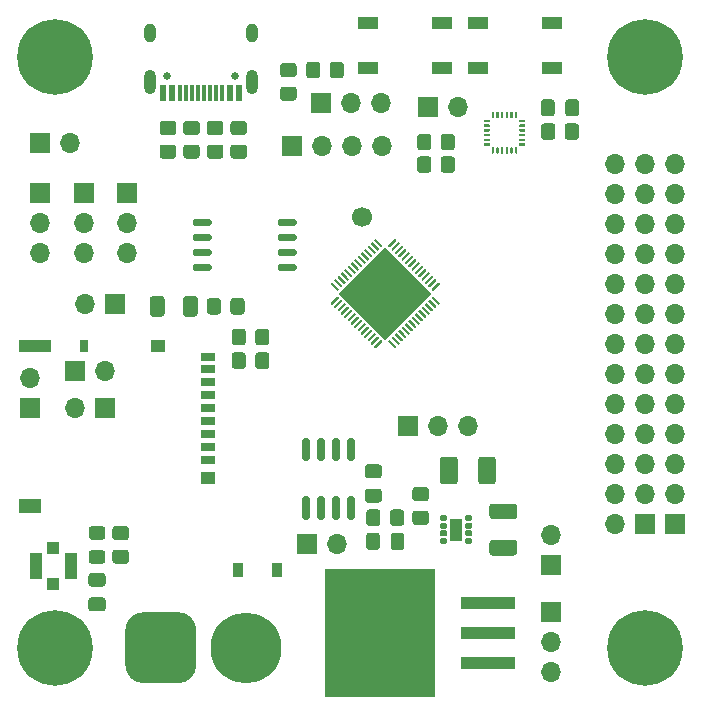
<source format=gbr>
%TF.GenerationSoftware,KiCad,Pcbnew,5.1.10*%
%TF.CreationDate,2021-06-13T21:02:57+02:00*%
%TF.ProjectId,CraftControlBoard,43726166-7443-46f6-9e74-726f6c426f61,rev?*%
%TF.SameCoordinates,Original*%
%TF.FileFunction,Soldermask,Top*%
%TF.FilePolarity,Negative*%
%FSLAX46Y46*%
G04 Gerber Fmt 4.6, Leading zero omitted, Abs format (unit mm)*
G04 Created by KiCad (PCBNEW 5.1.10) date 2021-06-13 21:02:57*
%MOMM*%
%LPD*%
G01*
G04 APERTURE LIST*
%ADD10C,6.400000*%
%ADD11C,1.700000*%
%ADD12O,1.700000X1.700000*%
%ADD13R,1.700000X1.700000*%
%ADD14R,9.400000X10.800000*%
%ADD15R,4.600000X1.100000*%
%ADD16C,0.100000*%
%ADD17R,1.100000X1.900000*%
%ADD18R,1.700000X1.000000*%
%ADD19R,0.600000X1.450000*%
%ADD20R,0.300000X1.450000*%
%ADD21O,1.000000X2.100000*%
%ADD22C,0.650000*%
%ADD23O,1.000000X1.600000*%
%ADD24R,1.000000X1.000000*%
%ADD25R,1.050000X2.200000*%
%ADD26R,1.900000X1.300000*%
%ADD27R,2.800000X1.000000*%
%ADD28R,0.800000X1.000000*%
%ADD29R,1.200000X1.000000*%
%ADD30R,1.200000X0.700000*%
%ADD31C,6.000000*%
%ADD32R,0.900000X1.200000*%
G04 APERTURE END LIST*
D10*
%TO.C,REF\u002A\u002A*%
X188000000Y-127000000D03*
%TD*%
%TO.C,REF\u002A\u002A*%
X138000000Y-127000000D03*
%TD*%
%TO.C,REF\u002A\u002A*%
X138000000Y-77000000D03*
%TD*%
%TO.C,REF\u002A\u002A*%
X188000000Y-77000000D03*
%TD*%
D11*
%TO.C,J21*%
X164000000Y-90500000D03*
%TD*%
%TO.C,R20*%
G36*
G01*
X152900000Y-98550001D02*
X152900000Y-97649999D01*
G75*
G02*
X153149999Y-97400000I249999J0D01*
G01*
X153850001Y-97400000D01*
G75*
G02*
X154100000Y-97649999I0J-249999D01*
G01*
X154100000Y-98550001D01*
G75*
G02*
X153850001Y-98800000I-249999J0D01*
G01*
X153149999Y-98800000D01*
G75*
G02*
X152900000Y-98550001I0J249999D01*
G01*
G37*
G36*
G01*
X150900000Y-98550001D02*
X150900000Y-97649999D01*
G75*
G02*
X151149999Y-97400000I249999J0D01*
G01*
X151850001Y-97400000D01*
G75*
G02*
X152100000Y-97649999I0J-249999D01*
G01*
X152100000Y-98550001D01*
G75*
G02*
X151850001Y-98800000I-249999J0D01*
G01*
X151149999Y-98800000D01*
G75*
G02*
X150900000Y-98550001I0J249999D01*
G01*
G37*
%TD*%
%TO.C,D2*%
G36*
G01*
X148875000Y-98725000D02*
X148875000Y-97475000D01*
G75*
G02*
X149125000Y-97225000I250000J0D01*
G01*
X149875000Y-97225000D01*
G75*
G02*
X150125000Y-97475000I0J-250000D01*
G01*
X150125000Y-98725000D01*
G75*
G02*
X149875000Y-98975000I-250000J0D01*
G01*
X149125000Y-98975000D01*
G75*
G02*
X148875000Y-98725000I0J250000D01*
G01*
G37*
G36*
G01*
X146075000Y-98725000D02*
X146075000Y-97475000D01*
G75*
G02*
X146325000Y-97225000I250000J0D01*
G01*
X147075000Y-97225000D01*
G75*
G02*
X147325000Y-97475000I0J-250000D01*
G01*
X147325000Y-98725000D01*
G75*
G02*
X147075000Y-98975000I-250000J0D01*
G01*
X146325000Y-98975000D01*
G75*
G02*
X146075000Y-98725000I0J250000D01*
G01*
G37*
%TD*%
D12*
%TO.C,J23*%
X140560000Y-97900000D03*
D13*
X143100000Y-97900000D03*
%TD*%
D12*
%TO.C,J11*%
X185420000Y-86060000D03*
X187960000Y-86060000D03*
X185420000Y-88600000D03*
X187960000Y-88600000D03*
X185420000Y-91140000D03*
X187960000Y-91140000D03*
X185420000Y-93680000D03*
X187960000Y-93680000D03*
X185420000Y-96220000D03*
X187960000Y-96220000D03*
X185420000Y-98760000D03*
X187960000Y-98760000D03*
X185420000Y-101300000D03*
X187960000Y-101300000D03*
X185420000Y-103840000D03*
X187960000Y-103840000D03*
X185420000Y-106380000D03*
X187960000Y-106380000D03*
X185420000Y-108920000D03*
X187960000Y-108920000D03*
X185420000Y-111460000D03*
X187960000Y-111460000D03*
X185420000Y-114000000D03*
X187960000Y-114000000D03*
X185420000Y-116540000D03*
D13*
X187960000Y-116540000D03*
%TD*%
D14*
%TO.C,U10*%
X165575000Y-125775000D03*
D15*
X174725000Y-123235000D03*
X174725000Y-125775000D03*
X174725000Y-128315000D03*
%TD*%
%TO.C,U8*%
G36*
G01*
X156900000Y-91145000D02*
X156900000Y-90845000D01*
G75*
G02*
X157050000Y-90695000I150000J0D01*
G01*
X158350000Y-90695000D01*
G75*
G02*
X158500000Y-90845000I0J-150000D01*
G01*
X158500000Y-91145000D01*
G75*
G02*
X158350000Y-91295000I-150000J0D01*
G01*
X157050000Y-91295000D01*
G75*
G02*
X156900000Y-91145000I0J150000D01*
G01*
G37*
G36*
G01*
X156900000Y-92415000D02*
X156900000Y-92115000D01*
G75*
G02*
X157050000Y-91965000I150000J0D01*
G01*
X158350000Y-91965000D01*
G75*
G02*
X158500000Y-92115000I0J-150000D01*
G01*
X158500000Y-92415000D01*
G75*
G02*
X158350000Y-92565000I-150000J0D01*
G01*
X157050000Y-92565000D01*
G75*
G02*
X156900000Y-92415000I0J150000D01*
G01*
G37*
G36*
G01*
X156900000Y-93685000D02*
X156900000Y-93385000D01*
G75*
G02*
X157050000Y-93235000I150000J0D01*
G01*
X158350000Y-93235000D01*
G75*
G02*
X158500000Y-93385000I0J-150000D01*
G01*
X158500000Y-93685000D01*
G75*
G02*
X158350000Y-93835000I-150000J0D01*
G01*
X157050000Y-93835000D01*
G75*
G02*
X156900000Y-93685000I0J150000D01*
G01*
G37*
G36*
G01*
X156900000Y-94955000D02*
X156900000Y-94655000D01*
G75*
G02*
X157050000Y-94505000I150000J0D01*
G01*
X158350000Y-94505000D01*
G75*
G02*
X158500000Y-94655000I0J-150000D01*
G01*
X158500000Y-94955000D01*
G75*
G02*
X158350000Y-95105000I-150000J0D01*
G01*
X157050000Y-95105000D01*
G75*
G02*
X156900000Y-94955000I0J150000D01*
G01*
G37*
G36*
G01*
X149700000Y-94955000D02*
X149700000Y-94655000D01*
G75*
G02*
X149850000Y-94505000I150000J0D01*
G01*
X151150000Y-94505000D01*
G75*
G02*
X151300000Y-94655000I0J-150000D01*
G01*
X151300000Y-94955000D01*
G75*
G02*
X151150000Y-95105000I-150000J0D01*
G01*
X149850000Y-95105000D01*
G75*
G02*
X149700000Y-94955000I0J150000D01*
G01*
G37*
G36*
G01*
X149700000Y-93685000D02*
X149700000Y-93385000D01*
G75*
G02*
X149850000Y-93235000I150000J0D01*
G01*
X151150000Y-93235000D01*
G75*
G02*
X151300000Y-93385000I0J-150000D01*
G01*
X151300000Y-93685000D01*
G75*
G02*
X151150000Y-93835000I-150000J0D01*
G01*
X149850000Y-93835000D01*
G75*
G02*
X149700000Y-93685000I0J150000D01*
G01*
G37*
G36*
G01*
X149700000Y-92415000D02*
X149700000Y-92115000D01*
G75*
G02*
X149850000Y-91965000I150000J0D01*
G01*
X151150000Y-91965000D01*
G75*
G02*
X151300000Y-92115000I0J-150000D01*
G01*
X151300000Y-92415000D01*
G75*
G02*
X151150000Y-92565000I-150000J0D01*
G01*
X149850000Y-92565000D01*
G75*
G02*
X149700000Y-92415000I0J150000D01*
G01*
G37*
G36*
G01*
X149700000Y-91145000D02*
X149700000Y-90845000D01*
G75*
G02*
X149850000Y-90695000I150000J0D01*
G01*
X151150000Y-90695000D01*
G75*
G02*
X151300000Y-90845000I0J-150000D01*
G01*
X151300000Y-91145000D01*
G75*
G02*
X151150000Y-91295000I-150000J0D01*
G01*
X149850000Y-91295000D01*
G75*
G02*
X149700000Y-91145000I0J150000D01*
G01*
G37*
%TD*%
%TO.C,U7*%
G36*
G01*
X174875000Y-84350000D02*
X174875000Y-84450000D01*
G75*
G02*
X174825000Y-84500000I-50000J0D01*
G01*
X174375000Y-84500000D01*
G75*
G02*
X174325000Y-84450000I0J50000D01*
G01*
X174325000Y-84350000D01*
G75*
G02*
X174375000Y-84300000I50000J0D01*
G01*
X174825000Y-84300000D01*
G75*
G02*
X174875000Y-84350000I0J-50000D01*
G01*
G37*
G36*
G01*
X174875000Y-83950000D02*
X174875000Y-84050000D01*
G75*
G02*
X174825000Y-84100000I-50000J0D01*
G01*
X174375000Y-84100000D01*
G75*
G02*
X174325000Y-84050000I0J50000D01*
G01*
X174325000Y-83950000D01*
G75*
G02*
X174375000Y-83900000I50000J0D01*
G01*
X174825000Y-83900000D01*
G75*
G02*
X174875000Y-83950000I0J-50000D01*
G01*
G37*
G36*
G01*
X174875000Y-83550000D02*
X174875000Y-83650000D01*
G75*
G02*
X174825000Y-83700000I-50000J0D01*
G01*
X174375000Y-83700000D01*
G75*
G02*
X174325000Y-83650000I0J50000D01*
G01*
X174325000Y-83550000D01*
G75*
G02*
X174375000Y-83500000I50000J0D01*
G01*
X174825000Y-83500000D01*
G75*
G02*
X174875000Y-83550000I0J-50000D01*
G01*
G37*
G36*
G01*
X174875000Y-83150000D02*
X174875000Y-83250000D01*
G75*
G02*
X174825000Y-83300000I-50000J0D01*
G01*
X174375000Y-83300000D01*
G75*
G02*
X174325000Y-83250000I0J50000D01*
G01*
X174325000Y-83150000D01*
G75*
G02*
X174375000Y-83100000I50000J0D01*
G01*
X174825000Y-83100000D01*
G75*
G02*
X174875000Y-83150000I0J-50000D01*
G01*
G37*
G36*
G01*
X174875000Y-82750000D02*
X174875000Y-82850000D01*
G75*
G02*
X174825000Y-82900000I-50000J0D01*
G01*
X174375000Y-82900000D01*
G75*
G02*
X174325000Y-82850000I0J50000D01*
G01*
X174325000Y-82750000D01*
G75*
G02*
X174375000Y-82700000I50000J0D01*
G01*
X174825000Y-82700000D01*
G75*
G02*
X174875000Y-82750000I0J-50000D01*
G01*
G37*
G36*
G01*
X174875000Y-82350000D02*
X174875000Y-82450000D01*
G75*
G02*
X174825000Y-82500000I-50000J0D01*
G01*
X174375000Y-82500000D01*
G75*
G02*
X174325000Y-82450000I0J50000D01*
G01*
X174325000Y-82350000D01*
G75*
G02*
X174375000Y-82300000I50000J0D01*
G01*
X174825000Y-82300000D01*
G75*
G02*
X174875000Y-82350000I0J-50000D01*
G01*
G37*
G36*
G01*
X175150000Y-82175000D02*
X175050000Y-82175000D01*
G75*
G02*
X175000000Y-82125000I0J50000D01*
G01*
X175000000Y-81675000D01*
G75*
G02*
X175050000Y-81625000I50000J0D01*
G01*
X175150000Y-81625000D01*
G75*
G02*
X175200000Y-81675000I0J-50000D01*
G01*
X175200000Y-82125000D01*
G75*
G02*
X175150000Y-82175000I-50000J0D01*
G01*
G37*
G36*
G01*
X175550000Y-82175000D02*
X175450000Y-82175000D01*
G75*
G02*
X175400000Y-82125000I0J50000D01*
G01*
X175400000Y-81675000D01*
G75*
G02*
X175450000Y-81625000I50000J0D01*
G01*
X175550000Y-81625000D01*
G75*
G02*
X175600000Y-81675000I0J-50000D01*
G01*
X175600000Y-82125000D01*
G75*
G02*
X175550000Y-82175000I-50000J0D01*
G01*
G37*
G36*
G01*
X175950000Y-82175000D02*
X175850000Y-82175000D01*
G75*
G02*
X175800000Y-82125000I0J50000D01*
G01*
X175800000Y-81675000D01*
G75*
G02*
X175850000Y-81625000I50000J0D01*
G01*
X175950000Y-81625000D01*
G75*
G02*
X176000000Y-81675000I0J-50000D01*
G01*
X176000000Y-82125000D01*
G75*
G02*
X175950000Y-82175000I-50000J0D01*
G01*
G37*
G36*
G01*
X176350000Y-82175000D02*
X176250000Y-82175000D01*
G75*
G02*
X176200000Y-82125000I0J50000D01*
G01*
X176200000Y-81675000D01*
G75*
G02*
X176250000Y-81625000I50000J0D01*
G01*
X176350000Y-81625000D01*
G75*
G02*
X176400000Y-81675000I0J-50000D01*
G01*
X176400000Y-82125000D01*
G75*
G02*
X176350000Y-82175000I-50000J0D01*
G01*
G37*
G36*
G01*
X176750000Y-82175000D02*
X176650000Y-82175000D01*
G75*
G02*
X176600000Y-82125000I0J50000D01*
G01*
X176600000Y-81675000D01*
G75*
G02*
X176650000Y-81625000I50000J0D01*
G01*
X176750000Y-81625000D01*
G75*
G02*
X176800000Y-81675000I0J-50000D01*
G01*
X176800000Y-82125000D01*
G75*
G02*
X176750000Y-82175000I-50000J0D01*
G01*
G37*
G36*
G01*
X177150000Y-82175000D02*
X177050000Y-82175000D01*
G75*
G02*
X177000000Y-82125000I0J50000D01*
G01*
X177000000Y-81675000D01*
G75*
G02*
X177050000Y-81625000I50000J0D01*
G01*
X177150000Y-81625000D01*
G75*
G02*
X177200000Y-81675000I0J-50000D01*
G01*
X177200000Y-82125000D01*
G75*
G02*
X177150000Y-82175000I-50000J0D01*
G01*
G37*
G36*
G01*
X177875000Y-82350000D02*
X177875000Y-82450000D01*
G75*
G02*
X177825000Y-82500000I-50000J0D01*
G01*
X177375000Y-82500000D01*
G75*
G02*
X177325000Y-82450000I0J50000D01*
G01*
X177325000Y-82350000D01*
G75*
G02*
X177375000Y-82300000I50000J0D01*
G01*
X177825000Y-82300000D01*
G75*
G02*
X177875000Y-82350000I0J-50000D01*
G01*
G37*
G36*
G01*
X177875000Y-82750000D02*
X177875000Y-82850000D01*
G75*
G02*
X177825000Y-82900000I-50000J0D01*
G01*
X177375000Y-82900000D01*
G75*
G02*
X177325000Y-82850000I0J50000D01*
G01*
X177325000Y-82750000D01*
G75*
G02*
X177375000Y-82700000I50000J0D01*
G01*
X177825000Y-82700000D01*
G75*
G02*
X177875000Y-82750000I0J-50000D01*
G01*
G37*
G36*
G01*
X177875000Y-83150000D02*
X177875000Y-83250000D01*
G75*
G02*
X177825000Y-83300000I-50000J0D01*
G01*
X177375000Y-83300000D01*
G75*
G02*
X177325000Y-83250000I0J50000D01*
G01*
X177325000Y-83150000D01*
G75*
G02*
X177375000Y-83100000I50000J0D01*
G01*
X177825000Y-83100000D01*
G75*
G02*
X177875000Y-83150000I0J-50000D01*
G01*
G37*
G36*
G01*
X177875000Y-83550000D02*
X177875000Y-83650000D01*
G75*
G02*
X177825000Y-83700000I-50000J0D01*
G01*
X177375000Y-83700000D01*
G75*
G02*
X177325000Y-83650000I0J50000D01*
G01*
X177325000Y-83550000D01*
G75*
G02*
X177375000Y-83500000I50000J0D01*
G01*
X177825000Y-83500000D01*
G75*
G02*
X177875000Y-83550000I0J-50000D01*
G01*
G37*
G36*
G01*
X177875000Y-83950000D02*
X177875000Y-84050000D01*
G75*
G02*
X177825000Y-84100000I-50000J0D01*
G01*
X177375000Y-84100000D01*
G75*
G02*
X177325000Y-84050000I0J50000D01*
G01*
X177325000Y-83950000D01*
G75*
G02*
X177375000Y-83900000I50000J0D01*
G01*
X177825000Y-83900000D01*
G75*
G02*
X177875000Y-83950000I0J-50000D01*
G01*
G37*
G36*
G01*
X177875000Y-84350000D02*
X177875000Y-84450000D01*
G75*
G02*
X177825000Y-84500000I-50000J0D01*
G01*
X177375000Y-84500000D01*
G75*
G02*
X177325000Y-84450000I0J50000D01*
G01*
X177325000Y-84350000D01*
G75*
G02*
X177375000Y-84300000I50000J0D01*
G01*
X177825000Y-84300000D01*
G75*
G02*
X177875000Y-84350000I0J-50000D01*
G01*
G37*
G36*
G01*
X177150000Y-85175000D02*
X177050000Y-85175000D01*
G75*
G02*
X177000000Y-85125000I0J50000D01*
G01*
X177000000Y-84675000D01*
G75*
G02*
X177050000Y-84625000I50000J0D01*
G01*
X177150000Y-84625000D01*
G75*
G02*
X177200000Y-84675000I0J-50000D01*
G01*
X177200000Y-85125000D01*
G75*
G02*
X177150000Y-85175000I-50000J0D01*
G01*
G37*
G36*
G01*
X176750000Y-85175000D02*
X176650000Y-85175000D01*
G75*
G02*
X176600000Y-85125000I0J50000D01*
G01*
X176600000Y-84675000D01*
G75*
G02*
X176650000Y-84625000I50000J0D01*
G01*
X176750000Y-84625000D01*
G75*
G02*
X176800000Y-84675000I0J-50000D01*
G01*
X176800000Y-85125000D01*
G75*
G02*
X176750000Y-85175000I-50000J0D01*
G01*
G37*
G36*
G01*
X176350000Y-85175000D02*
X176250000Y-85175000D01*
G75*
G02*
X176200000Y-85125000I0J50000D01*
G01*
X176200000Y-84675000D01*
G75*
G02*
X176250000Y-84625000I50000J0D01*
G01*
X176350000Y-84625000D01*
G75*
G02*
X176400000Y-84675000I0J-50000D01*
G01*
X176400000Y-85125000D01*
G75*
G02*
X176350000Y-85175000I-50000J0D01*
G01*
G37*
G36*
G01*
X175950000Y-85175000D02*
X175850000Y-85175000D01*
G75*
G02*
X175800000Y-85125000I0J50000D01*
G01*
X175800000Y-84675000D01*
G75*
G02*
X175850000Y-84625000I50000J0D01*
G01*
X175950000Y-84625000D01*
G75*
G02*
X176000000Y-84675000I0J-50000D01*
G01*
X176000000Y-85125000D01*
G75*
G02*
X175950000Y-85175000I-50000J0D01*
G01*
G37*
G36*
G01*
X175550000Y-85175000D02*
X175450000Y-85175000D01*
G75*
G02*
X175400000Y-85125000I0J50000D01*
G01*
X175400000Y-84675000D01*
G75*
G02*
X175450000Y-84625000I50000J0D01*
G01*
X175550000Y-84625000D01*
G75*
G02*
X175600000Y-84675000I0J-50000D01*
G01*
X175600000Y-85125000D01*
G75*
G02*
X175550000Y-85175000I-50000J0D01*
G01*
G37*
G36*
G01*
X175150000Y-85175000D02*
X175050000Y-85175000D01*
G75*
G02*
X175000000Y-85125000I0J50000D01*
G01*
X175000000Y-84675000D01*
G75*
G02*
X175050000Y-84625000I50000J0D01*
G01*
X175150000Y-84625000D01*
G75*
G02*
X175200000Y-84675000I0J-50000D01*
G01*
X175200000Y-85125000D01*
G75*
G02*
X175150000Y-85175000I-50000J0D01*
G01*
G37*
%TD*%
D16*
%TO.C,U6*%
G36*
X166010051Y-100979899D02*
G01*
X162050253Y-97020101D01*
X166010051Y-93060303D01*
X169969849Y-97020101D01*
X166010051Y-100979899D01*
G37*
G36*
G01*
X161944188Y-96772613D02*
X161396180Y-96224605D01*
G75*
G02*
X161396180Y-96153895I35355J35355D01*
G01*
X161466890Y-96083185D01*
G75*
G02*
X161537600Y-96083185I35355J-35355D01*
G01*
X162085608Y-96631193D01*
G75*
G02*
X162085608Y-96701903I-35355J-35355D01*
G01*
X162014898Y-96772613D01*
G75*
G02*
X161944188Y-96772613I-35355J35355D01*
G01*
G37*
G36*
G01*
X162227031Y-96489770D02*
X161679023Y-95941762D01*
G75*
G02*
X161679023Y-95871052I35355J35355D01*
G01*
X161749733Y-95800342D01*
G75*
G02*
X161820443Y-95800342I35355J-35355D01*
G01*
X162368451Y-96348350D01*
G75*
G02*
X162368451Y-96419060I-35355J-35355D01*
G01*
X162297741Y-96489770D01*
G75*
G02*
X162227031Y-96489770I-35355J35355D01*
G01*
G37*
G36*
G01*
X162509873Y-96206928D02*
X161961865Y-95658920D01*
G75*
G02*
X161961865Y-95588210I35355J35355D01*
G01*
X162032575Y-95517500D01*
G75*
G02*
X162103285Y-95517500I35355J-35355D01*
G01*
X162651293Y-96065508D01*
G75*
G02*
X162651293Y-96136218I-35355J-35355D01*
G01*
X162580583Y-96206928D01*
G75*
G02*
X162509873Y-96206928I-35355J35355D01*
G01*
G37*
G36*
G01*
X162792716Y-95924085D02*
X162244708Y-95376077D01*
G75*
G02*
X162244708Y-95305367I35355J35355D01*
G01*
X162315418Y-95234657D01*
G75*
G02*
X162386128Y-95234657I35355J-35355D01*
G01*
X162934136Y-95782665D01*
G75*
G02*
X162934136Y-95853375I-35355J-35355D01*
G01*
X162863426Y-95924085D01*
G75*
G02*
X162792716Y-95924085I-35355J35355D01*
G01*
G37*
G36*
G01*
X163075559Y-95641242D02*
X162527551Y-95093234D01*
G75*
G02*
X162527551Y-95022524I35355J35355D01*
G01*
X162598261Y-94951814D01*
G75*
G02*
X162668971Y-94951814I35355J-35355D01*
G01*
X163216979Y-95499822D01*
G75*
G02*
X163216979Y-95570532I-35355J-35355D01*
G01*
X163146269Y-95641242D01*
G75*
G02*
X163075559Y-95641242I-35355J35355D01*
G01*
G37*
G36*
G01*
X163358401Y-95358400D02*
X162810393Y-94810392D01*
G75*
G02*
X162810393Y-94739682I35355J35355D01*
G01*
X162881103Y-94668972D01*
G75*
G02*
X162951813Y-94668972I35355J-35355D01*
G01*
X163499821Y-95216980D01*
G75*
G02*
X163499821Y-95287690I-35355J-35355D01*
G01*
X163429111Y-95358400D01*
G75*
G02*
X163358401Y-95358400I-35355J35355D01*
G01*
G37*
G36*
G01*
X163641244Y-95075557D02*
X163093236Y-94527549D01*
G75*
G02*
X163093236Y-94456839I35355J35355D01*
G01*
X163163946Y-94386129D01*
G75*
G02*
X163234656Y-94386129I35355J-35355D01*
G01*
X163782664Y-94934137D01*
G75*
G02*
X163782664Y-95004847I-35355J-35355D01*
G01*
X163711954Y-95075557D01*
G75*
G02*
X163641244Y-95075557I-35355J35355D01*
G01*
G37*
G36*
G01*
X163924087Y-94792714D02*
X163376079Y-94244706D01*
G75*
G02*
X163376079Y-94173996I35355J35355D01*
G01*
X163446789Y-94103286D01*
G75*
G02*
X163517499Y-94103286I35355J-35355D01*
G01*
X164065507Y-94651294D01*
G75*
G02*
X164065507Y-94722004I-35355J-35355D01*
G01*
X163994797Y-94792714D01*
G75*
G02*
X163924087Y-94792714I-35355J35355D01*
G01*
G37*
G36*
G01*
X164206930Y-94509871D02*
X163658922Y-93961863D01*
G75*
G02*
X163658922Y-93891153I35355J35355D01*
G01*
X163729632Y-93820443D01*
G75*
G02*
X163800342Y-93820443I35355J-35355D01*
G01*
X164348350Y-94368451D01*
G75*
G02*
X164348350Y-94439161I-35355J-35355D01*
G01*
X164277640Y-94509871D01*
G75*
G02*
X164206930Y-94509871I-35355J35355D01*
G01*
G37*
G36*
G01*
X164489772Y-94227029D02*
X163941764Y-93679021D01*
G75*
G02*
X163941764Y-93608311I35355J35355D01*
G01*
X164012474Y-93537601D01*
G75*
G02*
X164083184Y-93537601I35355J-35355D01*
G01*
X164631192Y-94085609D01*
G75*
G02*
X164631192Y-94156319I-35355J-35355D01*
G01*
X164560482Y-94227029D01*
G75*
G02*
X164489772Y-94227029I-35355J35355D01*
G01*
G37*
G36*
G01*
X164772615Y-93944186D02*
X164224607Y-93396178D01*
G75*
G02*
X164224607Y-93325468I35355J35355D01*
G01*
X164295317Y-93254758D01*
G75*
G02*
X164366027Y-93254758I35355J-35355D01*
G01*
X164914035Y-93802766D01*
G75*
G02*
X164914035Y-93873476I-35355J-35355D01*
G01*
X164843325Y-93944186D01*
G75*
G02*
X164772615Y-93944186I-35355J35355D01*
G01*
G37*
G36*
G01*
X165055458Y-93661343D02*
X164507450Y-93113335D01*
G75*
G02*
X164507450Y-93042625I35355J35355D01*
G01*
X164578160Y-92971915D01*
G75*
G02*
X164648870Y-92971915I35355J-35355D01*
G01*
X165196878Y-93519923D01*
G75*
G02*
X165196878Y-93590633I-35355J-35355D01*
G01*
X165126168Y-93661343D01*
G75*
G02*
X165055458Y-93661343I-35355J35355D01*
G01*
G37*
G36*
G01*
X165338300Y-93378501D02*
X164790292Y-92830493D01*
G75*
G02*
X164790292Y-92759783I35355J35355D01*
G01*
X164861002Y-92689073D01*
G75*
G02*
X164931712Y-92689073I35355J-35355D01*
G01*
X165479720Y-93237081D01*
G75*
G02*
X165479720Y-93307791I-35355J-35355D01*
G01*
X165409010Y-93378501D01*
G75*
G02*
X165338300Y-93378501I-35355J35355D01*
G01*
G37*
G36*
G01*
X165621143Y-93095658D02*
X165073135Y-92547650D01*
G75*
G02*
X165073135Y-92476940I35355J35355D01*
G01*
X165143845Y-92406230D01*
G75*
G02*
X165214555Y-92406230I35355J-35355D01*
G01*
X165762563Y-92954238D01*
G75*
G02*
X165762563Y-93024948I-35355J-35355D01*
G01*
X165691853Y-93095658D01*
G75*
G02*
X165621143Y-93095658I-35355J35355D01*
G01*
G37*
G36*
G01*
X166328249Y-93095658D02*
X166257539Y-93024948D01*
G75*
G02*
X166257539Y-92954238I35355J35355D01*
G01*
X166805547Y-92406230D01*
G75*
G02*
X166876257Y-92406230I35355J-35355D01*
G01*
X166946967Y-92476940D01*
G75*
G02*
X166946967Y-92547650I-35355J-35355D01*
G01*
X166398959Y-93095658D01*
G75*
G02*
X166328249Y-93095658I-35355J35355D01*
G01*
G37*
G36*
G01*
X166611092Y-93378501D02*
X166540382Y-93307791D01*
G75*
G02*
X166540382Y-93237081I35355J35355D01*
G01*
X167088390Y-92689073D01*
G75*
G02*
X167159100Y-92689073I35355J-35355D01*
G01*
X167229810Y-92759783D01*
G75*
G02*
X167229810Y-92830493I-35355J-35355D01*
G01*
X166681802Y-93378501D01*
G75*
G02*
X166611092Y-93378501I-35355J35355D01*
G01*
G37*
G36*
G01*
X166893934Y-93661343D02*
X166823224Y-93590633D01*
G75*
G02*
X166823224Y-93519923I35355J35355D01*
G01*
X167371232Y-92971915D01*
G75*
G02*
X167441942Y-92971915I35355J-35355D01*
G01*
X167512652Y-93042625D01*
G75*
G02*
X167512652Y-93113335I-35355J-35355D01*
G01*
X166964644Y-93661343D01*
G75*
G02*
X166893934Y-93661343I-35355J35355D01*
G01*
G37*
G36*
G01*
X167176777Y-93944186D02*
X167106067Y-93873476D01*
G75*
G02*
X167106067Y-93802766I35355J35355D01*
G01*
X167654075Y-93254758D01*
G75*
G02*
X167724785Y-93254758I35355J-35355D01*
G01*
X167795495Y-93325468D01*
G75*
G02*
X167795495Y-93396178I-35355J-35355D01*
G01*
X167247487Y-93944186D01*
G75*
G02*
X167176777Y-93944186I-35355J35355D01*
G01*
G37*
G36*
G01*
X167459620Y-94227029D02*
X167388910Y-94156319D01*
G75*
G02*
X167388910Y-94085609I35355J35355D01*
G01*
X167936918Y-93537601D01*
G75*
G02*
X168007628Y-93537601I35355J-35355D01*
G01*
X168078338Y-93608311D01*
G75*
G02*
X168078338Y-93679021I-35355J-35355D01*
G01*
X167530330Y-94227029D01*
G75*
G02*
X167459620Y-94227029I-35355J35355D01*
G01*
G37*
G36*
G01*
X167742462Y-94509871D02*
X167671752Y-94439161D01*
G75*
G02*
X167671752Y-94368451I35355J35355D01*
G01*
X168219760Y-93820443D01*
G75*
G02*
X168290470Y-93820443I35355J-35355D01*
G01*
X168361180Y-93891153D01*
G75*
G02*
X168361180Y-93961863I-35355J-35355D01*
G01*
X167813172Y-94509871D01*
G75*
G02*
X167742462Y-94509871I-35355J35355D01*
G01*
G37*
G36*
G01*
X168025305Y-94792714D02*
X167954595Y-94722004D01*
G75*
G02*
X167954595Y-94651294I35355J35355D01*
G01*
X168502603Y-94103286D01*
G75*
G02*
X168573313Y-94103286I35355J-35355D01*
G01*
X168644023Y-94173996D01*
G75*
G02*
X168644023Y-94244706I-35355J-35355D01*
G01*
X168096015Y-94792714D01*
G75*
G02*
X168025305Y-94792714I-35355J35355D01*
G01*
G37*
G36*
G01*
X168308148Y-95075557D02*
X168237438Y-95004847D01*
G75*
G02*
X168237438Y-94934137I35355J35355D01*
G01*
X168785446Y-94386129D01*
G75*
G02*
X168856156Y-94386129I35355J-35355D01*
G01*
X168926866Y-94456839D01*
G75*
G02*
X168926866Y-94527549I-35355J-35355D01*
G01*
X168378858Y-95075557D01*
G75*
G02*
X168308148Y-95075557I-35355J35355D01*
G01*
G37*
G36*
G01*
X168590991Y-95358400D02*
X168520281Y-95287690D01*
G75*
G02*
X168520281Y-95216980I35355J35355D01*
G01*
X169068289Y-94668972D01*
G75*
G02*
X169138999Y-94668972I35355J-35355D01*
G01*
X169209709Y-94739682D01*
G75*
G02*
X169209709Y-94810392I-35355J-35355D01*
G01*
X168661701Y-95358400D01*
G75*
G02*
X168590991Y-95358400I-35355J35355D01*
G01*
G37*
G36*
G01*
X168873833Y-95641242D02*
X168803123Y-95570532D01*
G75*
G02*
X168803123Y-95499822I35355J35355D01*
G01*
X169351131Y-94951814D01*
G75*
G02*
X169421841Y-94951814I35355J-35355D01*
G01*
X169492551Y-95022524D01*
G75*
G02*
X169492551Y-95093234I-35355J-35355D01*
G01*
X168944543Y-95641242D01*
G75*
G02*
X168873833Y-95641242I-35355J35355D01*
G01*
G37*
G36*
G01*
X169156676Y-95924085D02*
X169085966Y-95853375D01*
G75*
G02*
X169085966Y-95782665I35355J35355D01*
G01*
X169633974Y-95234657D01*
G75*
G02*
X169704684Y-95234657I35355J-35355D01*
G01*
X169775394Y-95305367D01*
G75*
G02*
X169775394Y-95376077I-35355J-35355D01*
G01*
X169227386Y-95924085D01*
G75*
G02*
X169156676Y-95924085I-35355J35355D01*
G01*
G37*
G36*
G01*
X169439519Y-96206928D02*
X169368809Y-96136218D01*
G75*
G02*
X169368809Y-96065508I35355J35355D01*
G01*
X169916817Y-95517500D01*
G75*
G02*
X169987527Y-95517500I35355J-35355D01*
G01*
X170058237Y-95588210D01*
G75*
G02*
X170058237Y-95658920I-35355J-35355D01*
G01*
X169510229Y-96206928D01*
G75*
G02*
X169439519Y-96206928I-35355J35355D01*
G01*
G37*
G36*
G01*
X169722361Y-96489770D02*
X169651651Y-96419060D01*
G75*
G02*
X169651651Y-96348350I35355J35355D01*
G01*
X170199659Y-95800342D01*
G75*
G02*
X170270369Y-95800342I35355J-35355D01*
G01*
X170341079Y-95871052D01*
G75*
G02*
X170341079Y-95941762I-35355J-35355D01*
G01*
X169793071Y-96489770D01*
G75*
G02*
X169722361Y-96489770I-35355J35355D01*
G01*
G37*
G36*
G01*
X170005204Y-96772613D02*
X169934494Y-96701903D01*
G75*
G02*
X169934494Y-96631193I35355J35355D01*
G01*
X170482502Y-96083185D01*
G75*
G02*
X170553212Y-96083185I35355J-35355D01*
G01*
X170623922Y-96153895D01*
G75*
G02*
X170623922Y-96224605I-35355J-35355D01*
G01*
X170075914Y-96772613D01*
G75*
G02*
X170005204Y-96772613I-35355J35355D01*
G01*
G37*
G36*
G01*
X170482502Y-97957017D02*
X169934494Y-97409009D01*
G75*
G02*
X169934494Y-97338299I35355J35355D01*
G01*
X170005204Y-97267589D01*
G75*
G02*
X170075914Y-97267589I35355J-35355D01*
G01*
X170623922Y-97815597D01*
G75*
G02*
X170623922Y-97886307I-35355J-35355D01*
G01*
X170553212Y-97957017D01*
G75*
G02*
X170482502Y-97957017I-35355J35355D01*
G01*
G37*
G36*
G01*
X170199659Y-98239860D02*
X169651651Y-97691852D01*
G75*
G02*
X169651651Y-97621142I35355J35355D01*
G01*
X169722361Y-97550432D01*
G75*
G02*
X169793071Y-97550432I35355J-35355D01*
G01*
X170341079Y-98098440D01*
G75*
G02*
X170341079Y-98169150I-35355J-35355D01*
G01*
X170270369Y-98239860D01*
G75*
G02*
X170199659Y-98239860I-35355J35355D01*
G01*
G37*
G36*
G01*
X169916817Y-98522702D02*
X169368809Y-97974694D01*
G75*
G02*
X169368809Y-97903984I35355J35355D01*
G01*
X169439519Y-97833274D01*
G75*
G02*
X169510229Y-97833274I35355J-35355D01*
G01*
X170058237Y-98381282D01*
G75*
G02*
X170058237Y-98451992I-35355J-35355D01*
G01*
X169987527Y-98522702D01*
G75*
G02*
X169916817Y-98522702I-35355J35355D01*
G01*
G37*
G36*
G01*
X169633974Y-98805545D02*
X169085966Y-98257537D01*
G75*
G02*
X169085966Y-98186827I35355J35355D01*
G01*
X169156676Y-98116117D01*
G75*
G02*
X169227386Y-98116117I35355J-35355D01*
G01*
X169775394Y-98664125D01*
G75*
G02*
X169775394Y-98734835I-35355J-35355D01*
G01*
X169704684Y-98805545D01*
G75*
G02*
X169633974Y-98805545I-35355J35355D01*
G01*
G37*
G36*
G01*
X169351131Y-99088388D02*
X168803123Y-98540380D01*
G75*
G02*
X168803123Y-98469670I35355J35355D01*
G01*
X168873833Y-98398960D01*
G75*
G02*
X168944543Y-98398960I35355J-35355D01*
G01*
X169492551Y-98946968D01*
G75*
G02*
X169492551Y-99017678I-35355J-35355D01*
G01*
X169421841Y-99088388D01*
G75*
G02*
X169351131Y-99088388I-35355J35355D01*
G01*
G37*
G36*
G01*
X169068289Y-99371230D02*
X168520281Y-98823222D01*
G75*
G02*
X168520281Y-98752512I35355J35355D01*
G01*
X168590991Y-98681802D01*
G75*
G02*
X168661701Y-98681802I35355J-35355D01*
G01*
X169209709Y-99229810D01*
G75*
G02*
X169209709Y-99300520I-35355J-35355D01*
G01*
X169138999Y-99371230D01*
G75*
G02*
X169068289Y-99371230I-35355J35355D01*
G01*
G37*
G36*
G01*
X168785446Y-99654073D02*
X168237438Y-99106065D01*
G75*
G02*
X168237438Y-99035355I35355J35355D01*
G01*
X168308148Y-98964645D01*
G75*
G02*
X168378858Y-98964645I35355J-35355D01*
G01*
X168926866Y-99512653D01*
G75*
G02*
X168926866Y-99583363I-35355J-35355D01*
G01*
X168856156Y-99654073D01*
G75*
G02*
X168785446Y-99654073I-35355J35355D01*
G01*
G37*
G36*
G01*
X168502603Y-99936916D02*
X167954595Y-99388908D01*
G75*
G02*
X167954595Y-99318198I35355J35355D01*
G01*
X168025305Y-99247488D01*
G75*
G02*
X168096015Y-99247488I35355J-35355D01*
G01*
X168644023Y-99795496D01*
G75*
G02*
X168644023Y-99866206I-35355J-35355D01*
G01*
X168573313Y-99936916D01*
G75*
G02*
X168502603Y-99936916I-35355J35355D01*
G01*
G37*
G36*
G01*
X168219760Y-100219759D02*
X167671752Y-99671751D01*
G75*
G02*
X167671752Y-99601041I35355J35355D01*
G01*
X167742462Y-99530331D01*
G75*
G02*
X167813172Y-99530331I35355J-35355D01*
G01*
X168361180Y-100078339D01*
G75*
G02*
X168361180Y-100149049I-35355J-35355D01*
G01*
X168290470Y-100219759D01*
G75*
G02*
X168219760Y-100219759I-35355J35355D01*
G01*
G37*
G36*
G01*
X167936918Y-100502601D02*
X167388910Y-99954593D01*
G75*
G02*
X167388910Y-99883883I35355J35355D01*
G01*
X167459620Y-99813173D01*
G75*
G02*
X167530330Y-99813173I35355J-35355D01*
G01*
X168078338Y-100361181D01*
G75*
G02*
X168078338Y-100431891I-35355J-35355D01*
G01*
X168007628Y-100502601D01*
G75*
G02*
X167936918Y-100502601I-35355J35355D01*
G01*
G37*
G36*
G01*
X167654075Y-100785444D02*
X167106067Y-100237436D01*
G75*
G02*
X167106067Y-100166726I35355J35355D01*
G01*
X167176777Y-100096016D01*
G75*
G02*
X167247487Y-100096016I35355J-35355D01*
G01*
X167795495Y-100644024D01*
G75*
G02*
X167795495Y-100714734I-35355J-35355D01*
G01*
X167724785Y-100785444D01*
G75*
G02*
X167654075Y-100785444I-35355J35355D01*
G01*
G37*
G36*
G01*
X167371232Y-101068287D02*
X166823224Y-100520279D01*
G75*
G02*
X166823224Y-100449569I35355J35355D01*
G01*
X166893934Y-100378859D01*
G75*
G02*
X166964644Y-100378859I35355J-35355D01*
G01*
X167512652Y-100926867D01*
G75*
G02*
X167512652Y-100997577I-35355J-35355D01*
G01*
X167441942Y-101068287D01*
G75*
G02*
X167371232Y-101068287I-35355J35355D01*
G01*
G37*
G36*
G01*
X167088390Y-101351129D02*
X166540382Y-100803121D01*
G75*
G02*
X166540382Y-100732411I35355J35355D01*
G01*
X166611092Y-100661701D01*
G75*
G02*
X166681802Y-100661701I35355J-35355D01*
G01*
X167229810Y-101209709D01*
G75*
G02*
X167229810Y-101280419I-35355J-35355D01*
G01*
X167159100Y-101351129D01*
G75*
G02*
X167088390Y-101351129I-35355J35355D01*
G01*
G37*
G36*
G01*
X166805547Y-101633972D02*
X166257539Y-101085964D01*
G75*
G02*
X166257539Y-101015254I35355J35355D01*
G01*
X166328249Y-100944544D01*
G75*
G02*
X166398959Y-100944544I35355J-35355D01*
G01*
X166946967Y-101492552D01*
G75*
G02*
X166946967Y-101563262I-35355J-35355D01*
G01*
X166876257Y-101633972D01*
G75*
G02*
X166805547Y-101633972I-35355J35355D01*
G01*
G37*
G36*
G01*
X165143845Y-101633972D02*
X165073135Y-101563262D01*
G75*
G02*
X165073135Y-101492552I35355J35355D01*
G01*
X165621143Y-100944544D01*
G75*
G02*
X165691853Y-100944544I35355J-35355D01*
G01*
X165762563Y-101015254D01*
G75*
G02*
X165762563Y-101085964I-35355J-35355D01*
G01*
X165214555Y-101633972D01*
G75*
G02*
X165143845Y-101633972I-35355J35355D01*
G01*
G37*
G36*
G01*
X164861002Y-101351129D02*
X164790292Y-101280419D01*
G75*
G02*
X164790292Y-101209709I35355J35355D01*
G01*
X165338300Y-100661701D01*
G75*
G02*
X165409010Y-100661701I35355J-35355D01*
G01*
X165479720Y-100732411D01*
G75*
G02*
X165479720Y-100803121I-35355J-35355D01*
G01*
X164931712Y-101351129D01*
G75*
G02*
X164861002Y-101351129I-35355J35355D01*
G01*
G37*
G36*
G01*
X164578160Y-101068287D02*
X164507450Y-100997577D01*
G75*
G02*
X164507450Y-100926867I35355J35355D01*
G01*
X165055458Y-100378859D01*
G75*
G02*
X165126168Y-100378859I35355J-35355D01*
G01*
X165196878Y-100449569D01*
G75*
G02*
X165196878Y-100520279I-35355J-35355D01*
G01*
X164648870Y-101068287D01*
G75*
G02*
X164578160Y-101068287I-35355J35355D01*
G01*
G37*
G36*
G01*
X164295317Y-100785444D02*
X164224607Y-100714734D01*
G75*
G02*
X164224607Y-100644024I35355J35355D01*
G01*
X164772615Y-100096016D01*
G75*
G02*
X164843325Y-100096016I35355J-35355D01*
G01*
X164914035Y-100166726D01*
G75*
G02*
X164914035Y-100237436I-35355J-35355D01*
G01*
X164366027Y-100785444D01*
G75*
G02*
X164295317Y-100785444I-35355J35355D01*
G01*
G37*
G36*
G01*
X164012474Y-100502601D02*
X163941764Y-100431891D01*
G75*
G02*
X163941764Y-100361181I35355J35355D01*
G01*
X164489772Y-99813173D01*
G75*
G02*
X164560482Y-99813173I35355J-35355D01*
G01*
X164631192Y-99883883D01*
G75*
G02*
X164631192Y-99954593I-35355J-35355D01*
G01*
X164083184Y-100502601D01*
G75*
G02*
X164012474Y-100502601I-35355J35355D01*
G01*
G37*
G36*
G01*
X163729632Y-100219759D02*
X163658922Y-100149049D01*
G75*
G02*
X163658922Y-100078339I35355J35355D01*
G01*
X164206930Y-99530331D01*
G75*
G02*
X164277640Y-99530331I35355J-35355D01*
G01*
X164348350Y-99601041D01*
G75*
G02*
X164348350Y-99671751I-35355J-35355D01*
G01*
X163800342Y-100219759D01*
G75*
G02*
X163729632Y-100219759I-35355J35355D01*
G01*
G37*
G36*
G01*
X163446789Y-99936916D02*
X163376079Y-99866206D01*
G75*
G02*
X163376079Y-99795496I35355J35355D01*
G01*
X163924087Y-99247488D01*
G75*
G02*
X163994797Y-99247488I35355J-35355D01*
G01*
X164065507Y-99318198D01*
G75*
G02*
X164065507Y-99388908I-35355J-35355D01*
G01*
X163517499Y-99936916D01*
G75*
G02*
X163446789Y-99936916I-35355J35355D01*
G01*
G37*
G36*
G01*
X163163946Y-99654073D02*
X163093236Y-99583363D01*
G75*
G02*
X163093236Y-99512653I35355J35355D01*
G01*
X163641244Y-98964645D01*
G75*
G02*
X163711954Y-98964645I35355J-35355D01*
G01*
X163782664Y-99035355D01*
G75*
G02*
X163782664Y-99106065I-35355J-35355D01*
G01*
X163234656Y-99654073D01*
G75*
G02*
X163163946Y-99654073I-35355J35355D01*
G01*
G37*
G36*
G01*
X162881103Y-99371230D02*
X162810393Y-99300520D01*
G75*
G02*
X162810393Y-99229810I35355J35355D01*
G01*
X163358401Y-98681802D01*
G75*
G02*
X163429111Y-98681802I35355J-35355D01*
G01*
X163499821Y-98752512D01*
G75*
G02*
X163499821Y-98823222I-35355J-35355D01*
G01*
X162951813Y-99371230D01*
G75*
G02*
X162881103Y-99371230I-35355J35355D01*
G01*
G37*
G36*
G01*
X162598261Y-99088388D02*
X162527551Y-99017678D01*
G75*
G02*
X162527551Y-98946968I35355J35355D01*
G01*
X163075559Y-98398960D01*
G75*
G02*
X163146269Y-98398960I35355J-35355D01*
G01*
X163216979Y-98469670D01*
G75*
G02*
X163216979Y-98540380I-35355J-35355D01*
G01*
X162668971Y-99088388D01*
G75*
G02*
X162598261Y-99088388I-35355J35355D01*
G01*
G37*
G36*
G01*
X162315418Y-98805545D02*
X162244708Y-98734835D01*
G75*
G02*
X162244708Y-98664125I35355J35355D01*
G01*
X162792716Y-98116117D01*
G75*
G02*
X162863426Y-98116117I35355J-35355D01*
G01*
X162934136Y-98186827D01*
G75*
G02*
X162934136Y-98257537I-35355J-35355D01*
G01*
X162386128Y-98805545D01*
G75*
G02*
X162315418Y-98805545I-35355J35355D01*
G01*
G37*
G36*
G01*
X162032575Y-98522702D02*
X161961865Y-98451992D01*
G75*
G02*
X161961865Y-98381282I35355J35355D01*
G01*
X162509873Y-97833274D01*
G75*
G02*
X162580583Y-97833274I35355J-35355D01*
G01*
X162651293Y-97903984D01*
G75*
G02*
X162651293Y-97974694I-35355J-35355D01*
G01*
X162103285Y-98522702D01*
G75*
G02*
X162032575Y-98522702I-35355J35355D01*
G01*
G37*
G36*
G01*
X161749733Y-98239860D02*
X161679023Y-98169150D01*
G75*
G02*
X161679023Y-98098440I35355J35355D01*
G01*
X162227031Y-97550432D01*
G75*
G02*
X162297741Y-97550432I35355J-35355D01*
G01*
X162368451Y-97621142D01*
G75*
G02*
X162368451Y-97691852I-35355J-35355D01*
G01*
X161820443Y-98239860D01*
G75*
G02*
X161749733Y-98239860I-35355J35355D01*
G01*
G37*
G36*
G01*
X161466890Y-97957017D02*
X161396180Y-97886307D01*
G75*
G02*
X161396180Y-97815597I35355J35355D01*
G01*
X161944188Y-97267589D01*
G75*
G02*
X162014898Y-97267589I35355J-35355D01*
G01*
X162085608Y-97338299D01*
G75*
G02*
X162085608Y-97409009I-35355J-35355D01*
G01*
X161537600Y-97957017D01*
G75*
G02*
X161466890Y-97957017I-35355J35355D01*
G01*
G37*
%TD*%
D17*
%TO.C,U2*%
X172000000Y-117000000D03*
G36*
G01*
X171250000Y-117850000D02*
X171250000Y-118100000D01*
G75*
G02*
X171125000Y-118225000I-125000J0D01*
G01*
X170750000Y-118225000D01*
G75*
G02*
X170625000Y-118100000I0J125000D01*
G01*
X170625000Y-117850000D01*
G75*
G02*
X170750000Y-117725000I125000J0D01*
G01*
X171125000Y-117725000D01*
G75*
G02*
X171250000Y-117850000I0J-125000D01*
G01*
G37*
G36*
G01*
X171250000Y-117200000D02*
X171250000Y-117450000D01*
G75*
G02*
X171125000Y-117575000I-125000J0D01*
G01*
X170750000Y-117575000D01*
G75*
G02*
X170625000Y-117450000I0J125000D01*
G01*
X170625000Y-117200000D01*
G75*
G02*
X170750000Y-117075000I125000J0D01*
G01*
X171125000Y-117075000D01*
G75*
G02*
X171250000Y-117200000I0J-125000D01*
G01*
G37*
G36*
G01*
X171250000Y-116550000D02*
X171250000Y-116800000D01*
G75*
G02*
X171125000Y-116925000I-125000J0D01*
G01*
X170750000Y-116925000D01*
G75*
G02*
X170625000Y-116800000I0J125000D01*
G01*
X170625000Y-116550000D01*
G75*
G02*
X170750000Y-116425000I125000J0D01*
G01*
X171125000Y-116425000D01*
G75*
G02*
X171250000Y-116550000I0J-125000D01*
G01*
G37*
G36*
G01*
X171250000Y-115900000D02*
X171250000Y-116150000D01*
G75*
G02*
X171125000Y-116275000I-125000J0D01*
G01*
X170750000Y-116275000D01*
G75*
G02*
X170625000Y-116150000I0J125000D01*
G01*
X170625000Y-115900000D01*
G75*
G02*
X170750000Y-115775000I125000J0D01*
G01*
X171125000Y-115775000D01*
G75*
G02*
X171250000Y-115900000I0J-125000D01*
G01*
G37*
G36*
G01*
X173375000Y-115900000D02*
X173375000Y-116150000D01*
G75*
G02*
X173250000Y-116275000I-125000J0D01*
G01*
X172875000Y-116275000D01*
G75*
G02*
X172750000Y-116150000I0J125000D01*
G01*
X172750000Y-115900000D01*
G75*
G02*
X172875000Y-115775000I125000J0D01*
G01*
X173250000Y-115775000D01*
G75*
G02*
X173375000Y-115900000I0J-125000D01*
G01*
G37*
G36*
G01*
X173375000Y-116550000D02*
X173375000Y-116800000D01*
G75*
G02*
X173250000Y-116925000I-125000J0D01*
G01*
X172875000Y-116925000D01*
G75*
G02*
X172750000Y-116800000I0J125000D01*
G01*
X172750000Y-116550000D01*
G75*
G02*
X172875000Y-116425000I125000J0D01*
G01*
X173250000Y-116425000D01*
G75*
G02*
X173375000Y-116550000I0J-125000D01*
G01*
G37*
G36*
G01*
X173375000Y-117200000D02*
X173375000Y-117450000D01*
G75*
G02*
X173250000Y-117575000I-125000J0D01*
G01*
X172875000Y-117575000D01*
G75*
G02*
X172750000Y-117450000I0J125000D01*
G01*
X172750000Y-117200000D01*
G75*
G02*
X172875000Y-117075000I125000J0D01*
G01*
X173250000Y-117075000D01*
G75*
G02*
X173375000Y-117200000I0J-125000D01*
G01*
G37*
G36*
G01*
X173375000Y-117850000D02*
X173375000Y-118100000D01*
G75*
G02*
X173250000Y-118225000I-125000J0D01*
G01*
X172875000Y-118225000D01*
G75*
G02*
X172750000Y-118100000I0J125000D01*
G01*
X172750000Y-117850000D01*
G75*
G02*
X172875000Y-117725000I125000J0D01*
G01*
X173250000Y-117725000D01*
G75*
G02*
X173375000Y-117850000I0J-125000D01*
G01*
G37*
%TD*%
%TO.C,U1*%
G36*
G01*
X162955000Y-114200000D02*
X163255000Y-114200000D01*
G75*
G02*
X163405000Y-114350000I0J-150000D01*
G01*
X163405000Y-116000000D01*
G75*
G02*
X163255000Y-116150000I-150000J0D01*
G01*
X162955000Y-116150000D01*
G75*
G02*
X162805000Y-116000000I0J150000D01*
G01*
X162805000Y-114350000D01*
G75*
G02*
X162955000Y-114200000I150000J0D01*
G01*
G37*
G36*
G01*
X161685000Y-114200000D02*
X161985000Y-114200000D01*
G75*
G02*
X162135000Y-114350000I0J-150000D01*
G01*
X162135000Y-116000000D01*
G75*
G02*
X161985000Y-116150000I-150000J0D01*
G01*
X161685000Y-116150000D01*
G75*
G02*
X161535000Y-116000000I0J150000D01*
G01*
X161535000Y-114350000D01*
G75*
G02*
X161685000Y-114200000I150000J0D01*
G01*
G37*
G36*
G01*
X160415000Y-114200000D02*
X160715000Y-114200000D01*
G75*
G02*
X160865000Y-114350000I0J-150000D01*
G01*
X160865000Y-116000000D01*
G75*
G02*
X160715000Y-116150000I-150000J0D01*
G01*
X160415000Y-116150000D01*
G75*
G02*
X160265000Y-116000000I0J150000D01*
G01*
X160265000Y-114350000D01*
G75*
G02*
X160415000Y-114200000I150000J0D01*
G01*
G37*
G36*
G01*
X159145000Y-114200000D02*
X159445000Y-114200000D01*
G75*
G02*
X159595000Y-114350000I0J-150000D01*
G01*
X159595000Y-116000000D01*
G75*
G02*
X159445000Y-116150000I-150000J0D01*
G01*
X159145000Y-116150000D01*
G75*
G02*
X158995000Y-116000000I0J150000D01*
G01*
X158995000Y-114350000D01*
G75*
G02*
X159145000Y-114200000I150000J0D01*
G01*
G37*
G36*
G01*
X159145000Y-109250000D02*
X159445000Y-109250000D01*
G75*
G02*
X159595000Y-109400000I0J-150000D01*
G01*
X159595000Y-111050000D01*
G75*
G02*
X159445000Y-111200000I-150000J0D01*
G01*
X159145000Y-111200000D01*
G75*
G02*
X158995000Y-111050000I0J150000D01*
G01*
X158995000Y-109400000D01*
G75*
G02*
X159145000Y-109250000I150000J0D01*
G01*
G37*
G36*
G01*
X160415000Y-109250000D02*
X160715000Y-109250000D01*
G75*
G02*
X160865000Y-109400000I0J-150000D01*
G01*
X160865000Y-111050000D01*
G75*
G02*
X160715000Y-111200000I-150000J0D01*
G01*
X160415000Y-111200000D01*
G75*
G02*
X160265000Y-111050000I0J150000D01*
G01*
X160265000Y-109400000D01*
G75*
G02*
X160415000Y-109250000I150000J0D01*
G01*
G37*
G36*
G01*
X161685000Y-109250000D02*
X161985000Y-109250000D01*
G75*
G02*
X162135000Y-109400000I0J-150000D01*
G01*
X162135000Y-111050000D01*
G75*
G02*
X161985000Y-111200000I-150000J0D01*
G01*
X161685000Y-111200000D01*
G75*
G02*
X161535000Y-111050000I0J150000D01*
G01*
X161535000Y-109400000D01*
G75*
G02*
X161685000Y-109250000I150000J0D01*
G01*
G37*
G36*
G01*
X162955000Y-109250000D02*
X163255000Y-109250000D01*
G75*
G02*
X163405000Y-109400000I0J-150000D01*
G01*
X163405000Y-111050000D01*
G75*
G02*
X163255000Y-111200000I-150000J0D01*
G01*
X162955000Y-111200000D01*
G75*
G02*
X162805000Y-111050000I0J150000D01*
G01*
X162805000Y-109400000D01*
G75*
G02*
X162955000Y-109250000I150000J0D01*
G01*
G37*
%TD*%
D18*
%TO.C,BOOT*%
X170850000Y-77900000D03*
X164550000Y-77900000D03*
X170850000Y-74100000D03*
X164550000Y-74100000D03*
%TD*%
%TO.C,RST*%
X180150000Y-77900000D03*
X173850000Y-77900000D03*
X180150000Y-74100000D03*
X173850000Y-74100000D03*
%TD*%
%TO.C,R19*%
G36*
G01*
X155000000Y-101150001D02*
X155000000Y-100249999D01*
G75*
G02*
X155249999Y-100000000I249999J0D01*
G01*
X155950001Y-100000000D01*
G75*
G02*
X156200000Y-100249999I0J-249999D01*
G01*
X156200000Y-101150001D01*
G75*
G02*
X155950001Y-101400000I-249999J0D01*
G01*
X155249999Y-101400000D01*
G75*
G02*
X155000000Y-101150001I0J249999D01*
G01*
G37*
G36*
G01*
X153000000Y-101150001D02*
X153000000Y-100249999D01*
G75*
G02*
X153249999Y-100000000I249999J0D01*
G01*
X153950001Y-100000000D01*
G75*
G02*
X154200000Y-100249999I0J-249999D01*
G01*
X154200000Y-101150001D01*
G75*
G02*
X153950001Y-101400000I-249999J0D01*
G01*
X153249999Y-101400000D01*
G75*
G02*
X153000000Y-101150001I0J249999D01*
G01*
G37*
%TD*%
%TO.C,R18*%
G36*
G01*
X155000000Y-103150001D02*
X155000000Y-102249999D01*
G75*
G02*
X155249999Y-102000000I249999J0D01*
G01*
X155950001Y-102000000D01*
G75*
G02*
X156200000Y-102249999I0J-249999D01*
G01*
X156200000Y-103150001D01*
G75*
G02*
X155950001Y-103400000I-249999J0D01*
G01*
X155249999Y-103400000D01*
G75*
G02*
X155000000Y-103150001I0J249999D01*
G01*
G37*
G36*
G01*
X153000000Y-103150001D02*
X153000000Y-102249999D01*
G75*
G02*
X153249999Y-102000000I249999J0D01*
G01*
X153950001Y-102000000D01*
G75*
G02*
X154200000Y-102249999I0J-249999D01*
G01*
X154200000Y-103150001D01*
G75*
G02*
X153950001Y-103400000I-249999J0D01*
G01*
X153249999Y-103400000D01*
G75*
G02*
X153000000Y-103150001I0J249999D01*
G01*
G37*
%TD*%
%TO.C,R16*%
G36*
G01*
X180400000Y-82849999D02*
X180400000Y-83750001D01*
G75*
G02*
X180150001Y-84000000I-249999J0D01*
G01*
X179449999Y-84000000D01*
G75*
G02*
X179200000Y-83750001I0J249999D01*
G01*
X179200000Y-82849999D01*
G75*
G02*
X179449999Y-82600000I249999J0D01*
G01*
X180150001Y-82600000D01*
G75*
G02*
X180400000Y-82849999I0J-249999D01*
G01*
G37*
G36*
G01*
X182400000Y-82849999D02*
X182400000Y-83750001D01*
G75*
G02*
X182150001Y-84000000I-249999J0D01*
G01*
X181449999Y-84000000D01*
G75*
G02*
X181200000Y-83750001I0J249999D01*
G01*
X181200000Y-82849999D01*
G75*
G02*
X181449999Y-82600000I249999J0D01*
G01*
X182150001Y-82600000D01*
G75*
G02*
X182400000Y-82849999I0J-249999D01*
G01*
G37*
%TD*%
%TO.C,R13*%
G36*
G01*
X165600000Y-115549999D02*
X165600000Y-116450001D01*
G75*
G02*
X165350001Y-116700000I-249999J0D01*
G01*
X164649999Y-116700000D01*
G75*
G02*
X164400000Y-116450001I0J249999D01*
G01*
X164400000Y-115549999D01*
G75*
G02*
X164649999Y-115300000I249999J0D01*
G01*
X165350001Y-115300000D01*
G75*
G02*
X165600000Y-115549999I0J-249999D01*
G01*
G37*
G36*
G01*
X167600000Y-115549999D02*
X167600000Y-116450001D01*
G75*
G02*
X167350001Y-116700000I-249999J0D01*
G01*
X166649999Y-116700000D01*
G75*
G02*
X166400000Y-116450001I0J249999D01*
G01*
X166400000Y-115549999D01*
G75*
G02*
X166649999Y-115300000I249999J0D01*
G01*
X167350001Y-115300000D01*
G75*
G02*
X167600000Y-115549999I0J-249999D01*
G01*
G37*
%TD*%
%TO.C,R12*%
G36*
G01*
X168549999Y-115400000D02*
X169450001Y-115400000D01*
G75*
G02*
X169700000Y-115649999I0J-249999D01*
G01*
X169700000Y-116350001D01*
G75*
G02*
X169450001Y-116600000I-249999J0D01*
G01*
X168549999Y-116600000D01*
G75*
G02*
X168300000Y-116350001I0J249999D01*
G01*
X168300000Y-115649999D01*
G75*
G02*
X168549999Y-115400000I249999J0D01*
G01*
G37*
G36*
G01*
X168549999Y-113400000D02*
X169450001Y-113400000D01*
G75*
G02*
X169700000Y-113649999I0J-249999D01*
G01*
X169700000Y-114350001D01*
G75*
G02*
X169450001Y-114600000I-249999J0D01*
G01*
X168549999Y-114600000D01*
G75*
G02*
X168300000Y-114350001I0J249999D01*
G01*
X168300000Y-113649999D01*
G75*
G02*
X168549999Y-113400000I249999J0D01*
G01*
G37*
%TD*%
%TO.C,R11*%
G36*
G01*
X147149999Y-84400000D02*
X148050001Y-84400000D01*
G75*
G02*
X148300000Y-84649999I0J-249999D01*
G01*
X148300000Y-85350001D01*
G75*
G02*
X148050001Y-85600000I-249999J0D01*
G01*
X147149999Y-85600000D01*
G75*
G02*
X146900000Y-85350001I0J249999D01*
G01*
X146900000Y-84649999D01*
G75*
G02*
X147149999Y-84400000I249999J0D01*
G01*
G37*
G36*
G01*
X147149999Y-82400000D02*
X148050001Y-82400000D01*
G75*
G02*
X148300000Y-82649999I0J-249999D01*
G01*
X148300000Y-83350001D01*
G75*
G02*
X148050001Y-83600000I-249999J0D01*
G01*
X147149999Y-83600000D01*
G75*
G02*
X146900000Y-83350001I0J249999D01*
G01*
X146900000Y-82649999D01*
G75*
G02*
X147149999Y-82400000I249999J0D01*
G01*
G37*
%TD*%
%TO.C,R10*%
G36*
G01*
X161300000Y-78550001D02*
X161300000Y-77649999D01*
G75*
G02*
X161549999Y-77400000I249999J0D01*
G01*
X162250001Y-77400000D01*
G75*
G02*
X162500000Y-77649999I0J-249999D01*
G01*
X162500000Y-78550001D01*
G75*
G02*
X162250001Y-78800000I-249999J0D01*
G01*
X161549999Y-78800000D01*
G75*
G02*
X161300000Y-78550001I0J249999D01*
G01*
G37*
G36*
G01*
X159300000Y-78550001D02*
X159300000Y-77649999D01*
G75*
G02*
X159549999Y-77400000I249999J0D01*
G01*
X160250001Y-77400000D01*
G75*
G02*
X160500000Y-77649999I0J-249999D01*
G01*
X160500000Y-78550001D01*
G75*
G02*
X160250001Y-78800000I-249999J0D01*
G01*
X159549999Y-78800000D01*
G75*
G02*
X159300000Y-78550001I0J249999D01*
G01*
G37*
%TD*%
%TO.C,R9*%
G36*
G01*
X153149999Y-84400000D02*
X154050001Y-84400000D01*
G75*
G02*
X154300000Y-84649999I0J-249999D01*
G01*
X154300000Y-85350001D01*
G75*
G02*
X154050001Y-85600000I-249999J0D01*
G01*
X153149999Y-85600000D01*
G75*
G02*
X152900000Y-85350001I0J249999D01*
G01*
X152900000Y-84649999D01*
G75*
G02*
X153149999Y-84400000I249999J0D01*
G01*
G37*
G36*
G01*
X153149999Y-82400000D02*
X154050001Y-82400000D01*
G75*
G02*
X154300000Y-82649999I0J-249999D01*
G01*
X154300000Y-83350001D01*
G75*
G02*
X154050001Y-83600000I-249999J0D01*
G01*
X153149999Y-83600000D01*
G75*
G02*
X152900000Y-83350001I0J249999D01*
G01*
X152900000Y-82649999D01*
G75*
G02*
X153149999Y-82400000I249999J0D01*
G01*
G37*
%TD*%
%TO.C,R8*%
G36*
G01*
X170700000Y-84650001D02*
X170700000Y-83749999D01*
G75*
G02*
X170949999Y-83500000I249999J0D01*
G01*
X171650001Y-83500000D01*
G75*
G02*
X171900000Y-83749999I0J-249999D01*
G01*
X171900000Y-84650001D01*
G75*
G02*
X171650001Y-84900000I-249999J0D01*
G01*
X170949999Y-84900000D01*
G75*
G02*
X170700000Y-84650001I0J249999D01*
G01*
G37*
G36*
G01*
X168700000Y-84650001D02*
X168700000Y-83749999D01*
G75*
G02*
X168949999Y-83500000I249999J0D01*
G01*
X169650001Y-83500000D01*
G75*
G02*
X169900000Y-83749999I0J-249999D01*
G01*
X169900000Y-84650001D01*
G75*
G02*
X169650001Y-84900000I-249999J0D01*
G01*
X168949999Y-84900000D01*
G75*
G02*
X168700000Y-84650001I0J249999D01*
G01*
G37*
%TD*%
%TO.C,R7*%
G36*
G01*
X149149999Y-84400000D02*
X150050001Y-84400000D01*
G75*
G02*
X150300000Y-84649999I0J-249999D01*
G01*
X150300000Y-85350001D01*
G75*
G02*
X150050001Y-85600000I-249999J0D01*
G01*
X149149999Y-85600000D01*
G75*
G02*
X148900000Y-85350001I0J249999D01*
G01*
X148900000Y-84649999D01*
G75*
G02*
X149149999Y-84400000I249999J0D01*
G01*
G37*
G36*
G01*
X149149999Y-82400000D02*
X150050001Y-82400000D01*
G75*
G02*
X150300000Y-82649999I0J-249999D01*
G01*
X150300000Y-83350001D01*
G75*
G02*
X150050001Y-83600000I-249999J0D01*
G01*
X149149999Y-83600000D01*
G75*
G02*
X148900000Y-83350001I0J249999D01*
G01*
X148900000Y-82649999D01*
G75*
G02*
X149149999Y-82400000I249999J0D01*
G01*
G37*
%TD*%
%TO.C,R6*%
G36*
G01*
X151149999Y-84400000D02*
X152050001Y-84400000D01*
G75*
G02*
X152300000Y-84649999I0J-249999D01*
G01*
X152300000Y-85350001D01*
G75*
G02*
X152050001Y-85600000I-249999J0D01*
G01*
X151149999Y-85600000D01*
G75*
G02*
X150900000Y-85350001I0J249999D01*
G01*
X150900000Y-84649999D01*
G75*
G02*
X151149999Y-84400000I249999J0D01*
G01*
G37*
G36*
G01*
X151149999Y-82400000D02*
X152050001Y-82400000D01*
G75*
G02*
X152300000Y-82649999I0J-249999D01*
G01*
X152300000Y-83350001D01*
G75*
G02*
X152050001Y-83600000I-249999J0D01*
G01*
X151149999Y-83600000D01*
G75*
G02*
X150900000Y-83350001I0J249999D01*
G01*
X150900000Y-82649999D01*
G75*
G02*
X151149999Y-82400000I249999J0D01*
G01*
G37*
%TD*%
%TO.C,R5*%
G36*
G01*
X158250001Y-78700000D02*
X157349999Y-78700000D01*
G75*
G02*
X157100000Y-78450001I0J249999D01*
G01*
X157100000Y-77749999D01*
G75*
G02*
X157349999Y-77500000I249999J0D01*
G01*
X158250001Y-77500000D01*
G75*
G02*
X158500000Y-77749999I0J-249999D01*
G01*
X158500000Y-78450001D01*
G75*
G02*
X158250001Y-78700000I-249999J0D01*
G01*
G37*
G36*
G01*
X158250001Y-80700000D02*
X157349999Y-80700000D01*
G75*
G02*
X157100000Y-80450001I0J249999D01*
G01*
X157100000Y-79749999D01*
G75*
G02*
X157349999Y-79500000I249999J0D01*
G01*
X158250001Y-79500000D01*
G75*
G02*
X158500000Y-79749999I0J-249999D01*
G01*
X158500000Y-80450001D01*
G75*
G02*
X158250001Y-80700000I-249999J0D01*
G01*
G37*
%TD*%
%TO.C,R4*%
G36*
G01*
X170700000Y-86550001D02*
X170700000Y-85649999D01*
G75*
G02*
X170949999Y-85400000I249999J0D01*
G01*
X171650001Y-85400000D01*
G75*
G02*
X171900000Y-85649999I0J-249999D01*
G01*
X171900000Y-86550001D01*
G75*
G02*
X171650001Y-86800000I-249999J0D01*
G01*
X170949999Y-86800000D01*
G75*
G02*
X170700000Y-86550001I0J249999D01*
G01*
G37*
G36*
G01*
X168700000Y-86550001D02*
X168700000Y-85649999D01*
G75*
G02*
X168949999Y-85400000I249999J0D01*
G01*
X169650001Y-85400000D01*
G75*
G02*
X169900000Y-85649999I0J-249999D01*
G01*
X169900000Y-86550001D01*
G75*
G02*
X169650001Y-86800000I-249999J0D01*
G01*
X168949999Y-86800000D01*
G75*
G02*
X168700000Y-86550001I0J249999D01*
G01*
G37*
%TD*%
%TO.C,R2*%
G36*
G01*
X144050001Y-117900000D02*
X143149999Y-117900000D01*
G75*
G02*
X142900000Y-117650001I0J249999D01*
G01*
X142900000Y-116949999D01*
G75*
G02*
X143149999Y-116700000I249999J0D01*
G01*
X144050001Y-116700000D01*
G75*
G02*
X144300000Y-116949999I0J-249999D01*
G01*
X144300000Y-117650001D01*
G75*
G02*
X144050001Y-117900000I-249999J0D01*
G01*
G37*
G36*
G01*
X144050001Y-119900000D02*
X143149999Y-119900000D01*
G75*
G02*
X142900000Y-119650001I0J249999D01*
G01*
X142900000Y-118949999D01*
G75*
G02*
X143149999Y-118700000I249999J0D01*
G01*
X144050001Y-118700000D01*
G75*
G02*
X144300000Y-118949999I0J-249999D01*
G01*
X144300000Y-119650001D01*
G75*
G02*
X144050001Y-119900000I-249999J0D01*
G01*
G37*
%TD*%
%TO.C,L1*%
G36*
G01*
X141149999Y-118750000D02*
X142050001Y-118750000D01*
G75*
G02*
X142300000Y-118999999I0J-249999D01*
G01*
X142300000Y-119650001D01*
G75*
G02*
X142050001Y-119900000I-249999J0D01*
G01*
X141149999Y-119900000D01*
G75*
G02*
X140900000Y-119650001I0J249999D01*
G01*
X140900000Y-118999999D01*
G75*
G02*
X141149999Y-118750000I249999J0D01*
G01*
G37*
G36*
G01*
X141149999Y-116700000D02*
X142050001Y-116700000D01*
G75*
G02*
X142300000Y-116949999I0J-249999D01*
G01*
X142300000Y-117600001D01*
G75*
G02*
X142050001Y-117850000I-249999J0D01*
G01*
X141149999Y-117850000D01*
G75*
G02*
X140900000Y-117600001I0J249999D01*
G01*
X140900000Y-116949999D01*
G75*
G02*
X141149999Y-116700000I249999J0D01*
G01*
G37*
%TD*%
D12*
%TO.C,J22*%
X139340000Y-84300000D03*
D13*
X136800000Y-84300000D03*
%TD*%
D12*
%TO.C,J20*%
X172140000Y-81200000D03*
D13*
X169600000Y-81200000D03*
%TD*%
D12*
%TO.C,J19*%
X139760000Y-106700000D03*
D13*
X142300000Y-106700000D03*
%TD*%
D12*
%TO.C,J18*%
X135900000Y-104200000D03*
D13*
X135900000Y-106740000D03*
%TD*%
D12*
%TO.C,J17*%
X142240000Y-103600000D03*
D13*
X139700000Y-103600000D03*
%TD*%
D12*
%TO.C,J16*%
X161940000Y-118200000D03*
D13*
X159400000Y-118200000D03*
%TD*%
D12*
%TO.C,J15*%
X180000000Y-117460000D03*
D13*
X180000000Y-120000000D03*
%TD*%
D12*
%TO.C,J14*%
X180000000Y-129080000D03*
X180000000Y-126540000D03*
D13*
X180000000Y-124000000D03*
%TD*%
%TO.C,J13*%
X158100000Y-84500000D03*
D12*
X160640000Y-84500000D03*
X163180000Y-84500000D03*
X165720000Y-84500000D03*
%TD*%
%TO.C,J12*%
X165680000Y-80900000D03*
X163140000Y-80900000D03*
D13*
X160600000Y-80900000D03*
%TD*%
D12*
%TO.C,J10*%
X140500000Y-93580000D03*
X140500000Y-91040000D03*
D13*
X140500000Y-88500000D03*
%TD*%
D12*
%TO.C,J9*%
X172980000Y-108200000D03*
X170440000Y-108200000D03*
D13*
X167900000Y-108200000D03*
%TD*%
D12*
%TO.C,J7*%
X136800000Y-93580000D03*
X136800000Y-91040000D03*
D13*
X136800000Y-88500000D03*
%TD*%
D12*
%TO.C,J6*%
X190500000Y-86060000D03*
X190500000Y-88600000D03*
X190500000Y-91140000D03*
X190500000Y-93680000D03*
X190500000Y-96220000D03*
X190500000Y-98760000D03*
X190500000Y-101300000D03*
X190500000Y-103840000D03*
X190500000Y-106380000D03*
X190500000Y-108920000D03*
X190500000Y-111460000D03*
X190500000Y-114000000D03*
D13*
X190500000Y-116540000D03*
%TD*%
D19*
%TO.C,J5*%
X147150000Y-80045000D03*
X147950000Y-80045000D03*
X152850000Y-80045000D03*
X153650000Y-80045000D03*
X153650000Y-80045000D03*
X152850000Y-80045000D03*
X147950000Y-80045000D03*
X147150000Y-80045000D03*
D20*
X152150000Y-80045000D03*
X151650000Y-80045000D03*
X151150000Y-80045000D03*
X150150000Y-80045000D03*
X149650000Y-80045000D03*
X149150000Y-80045000D03*
X148650000Y-80045000D03*
X150650000Y-80045000D03*
D21*
X146080000Y-79130000D03*
X154720000Y-79130000D03*
D22*
X153290000Y-78600000D03*
D23*
X154720000Y-74950000D03*
D22*
X147510000Y-78600000D03*
D23*
X146080000Y-74950000D03*
%TD*%
D24*
%TO.C,J4*%
X137900000Y-118600000D03*
X137900000Y-121600000D03*
D25*
X136425000Y-120100000D03*
X139375000Y-120100000D03*
%TD*%
D26*
%TO.C,J3*%
X135925000Y-114975000D03*
D27*
X136375000Y-101475000D03*
D28*
X140525000Y-101475000D03*
D29*
X146725000Y-101475000D03*
X151025000Y-112625000D03*
D30*
X151025000Y-104475000D03*
X151025000Y-105575000D03*
X151025000Y-106675000D03*
X151025000Y-107775000D03*
X151025000Y-108875000D03*
X151025000Y-109975000D03*
X151025000Y-111075000D03*
X151025000Y-103375000D03*
X151025000Y-102425000D03*
%TD*%
%TO.C,J2*%
G36*
G01*
X144000000Y-128500000D02*
X144000000Y-125500000D01*
G75*
G02*
X145500000Y-124000000I1500000J0D01*
G01*
X148500000Y-124000000D01*
G75*
G02*
X150000000Y-125500000I0J-1500000D01*
G01*
X150000000Y-128500000D01*
G75*
G02*
X148500000Y-130000000I-1500000J0D01*
G01*
X145500000Y-130000000D01*
G75*
G02*
X144000000Y-128500000I0J1500000D01*
G01*
G37*
D31*
X154200000Y-127000000D03*
%TD*%
D12*
%TO.C,J1*%
X144100000Y-93580000D03*
X144100000Y-91040000D03*
D13*
X144100000Y-88500000D03*
%TD*%
D32*
%TO.C,D1*%
X153550000Y-120400000D03*
X156850000Y-120400000D03*
%TD*%
%TO.C,C21*%
G36*
G01*
X181250000Y-81775000D02*
X181250000Y-80825000D01*
G75*
G02*
X181500000Y-80575000I250000J0D01*
G01*
X182175000Y-80575000D01*
G75*
G02*
X182425000Y-80825000I0J-250000D01*
G01*
X182425000Y-81775000D01*
G75*
G02*
X182175000Y-82025000I-250000J0D01*
G01*
X181500000Y-82025000D01*
G75*
G02*
X181250000Y-81775000I0J250000D01*
G01*
G37*
G36*
G01*
X179175000Y-81775000D02*
X179175000Y-80825000D01*
G75*
G02*
X179425000Y-80575000I250000J0D01*
G01*
X180100000Y-80575000D01*
G75*
G02*
X180350000Y-80825000I0J-250000D01*
G01*
X180350000Y-81775000D01*
G75*
G02*
X180100000Y-82025000I-250000J0D01*
G01*
X179425000Y-82025000D01*
G75*
G02*
X179175000Y-81775000I0J250000D01*
G01*
G37*
%TD*%
%TO.C,C16*%
G36*
G01*
X164525000Y-113550000D02*
X165475000Y-113550000D01*
G75*
G02*
X165725000Y-113800000I0J-250000D01*
G01*
X165725000Y-114475000D01*
G75*
G02*
X165475000Y-114725000I-250000J0D01*
G01*
X164525000Y-114725000D01*
G75*
G02*
X164275000Y-114475000I0J250000D01*
G01*
X164275000Y-113800000D01*
G75*
G02*
X164525000Y-113550000I250000J0D01*
G01*
G37*
G36*
G01*
X164525000Y-111475000D02*
X165475000Y-111475000D01*
G75*
G02*
X165725000Y-111725000I0J-250000D01*
G01*
X165725000Y-112400000D01*
G75*
G02*
X165475000Y-112650000I-250000J0D01*
G01*
X164525000Y-112650000D01*
G75*
G02*
X164275000Y-112400000I0J250000D01*
G01*
X164275000Y-111725000D01*
G75*
G02*
X164525000Y-111475000I250000J0D01*
G01*
G37*
%TD*%
%TO.C,C15*%
G36*
G01*
X173875000Y-112925000D02*
X173875000Y-111075000D01*
G75*
G02*
X174125000Y-110825000I250000J0D01*
G01*
X175125000Y-110825000D01*
G75*
G02*
X175375000Y-111075000I0J-250000D01*
G01*
X175375000Y-112925000D01*
G75*
G02*
X175125000Y-113175000I-250000J0D01*
G01*
X174125000Y-113175000D01*
G75*
G02*
X173875000Y-112925000I0J250000D01*
G01*
G37*
G36*
G01*
X170625000Y-112925000D02*
X170625000Y-111075000D01*
G75*
G02*
X170875000Y-110825000I250000J0D01*
G01*
X171875000Y-110825000D01*
G75*
G02*
X172125000Y-111075000I0J-250000D01*
G01*
X172125000Y-112925000D01*
G75*
G02*
X171875000Y-113175000I-250000J0D01*
G01*
X170875000Y-113175000D01*
G75*
G02*
X170625000Y-112925000I0J250000D01*
G01*
G37*
%TD*%
%TO.C,C7*%
G36*
G01*
X165550000Y-117525000D02*
X165550000Y-118475000D01*
G75*
G02*
X165300000Y-118725000I-250000J0D01*
G01*
X164625000Y-118725000D01*
G75*
G02*
X164375000Y-118475000I0J250000D01*
G01*
X164375000Y-117525000D01*
G75*
G02*
X164625000Y-117275000I250000J0D01*
G01*
X165300000Y-117275000D01*
G75*
G02*
X165550000Y-117525000I0J-250000D01*
G01*
G37*
G36*
G01*
X167625000Y-117525000D02*
X167625000Y-118475000D01*
G75*
G02*
X167375000Y-118725000I-250000J0D01*
G01*
X166700000Y-118725000D01*
G75*
G02*
X166450000Y-118475000I0J250000D01*
G01*
X166450000Y-117525000D01*
G75*
G02*
X166700000Y-117275000I250000J0D01*
G01*
X167375000Y-117275000D01*
G75*
G02*
X167625000Y-117525000I0J-250000D01*
G01*
G37*
%TD*%
%TO.C,C5*%
G36*
G01*
X176925001Y-116125000D02*
X175074999Y-116125000D01*
G75*
G02*
X174825000Y-115875001I0J249999D01*
G01*
X174825000Y-115049999D01*
G75*
G02*
X175074999Y-114800000I249999J0D01*
G01*
X176925001Y-114800000D01*
G75*
G02*
X177175000Y-115049999I0J-249999D01*
G01*
X177175000Y-115875001D01*
G75*
G02*
X176925001Y-116125000I-249999J0D01*
G01*
G37*
G36*
G01*
X176925001Y-119200000D02*
X175074999Y-119200000D01*
G75*
G02*
X174825000Y-118950001I0J249999D01*
G01*
X174825000Y-118124999D01*
G75*
G02*
X175074999Y-117875000I249999J0D01*
G01*
X176925001Y-117875000D01*
G75*
G02*
X177175000Y-118124999I0J-249999D01*
G01*
X177175000Y-118950001D01*
G75*
G02*
X176925001Y-119200000I-249999J0D01*
G01*
G37*
%TD*%
%TO.C,C2*%
G36*
G01*
X141125000Y-122750000D02*
X142075000Y-122750000D01*
G75*
G02*
X142325000Y-123000000I0J-250000D01*
G01*
X142325000Y-123675000D01*
G75*
G02*
X142075000Y-123925000I-250000J0D01*
G01*
X141125000Y-123925000D01*
G75*
G02*
X140875000Y-123675000I0J250000D01*
G01*
X140875000Y-123000000D01*
G75*
G02*
X141125000Y-122750000I250000J0D01*
G01*
G37*
G36*
G01*
X141125000Y-120675000D02*
X142075000Y-120675000D01*
G75*
G02*
X142325000Y-120925000I0J-250000D01*
G01*
X142325000Y-121600000D01*
G75*
G02*
X142075000Y-121850000I-250000J0D01*
G01*
X141125000Y-121850000D01*
G75*
G02*
X140875000Y-121600000I0J250000D01*
G01*
X140875000Y-120925000D01*
G75*
G02*
X141125000Y-120675000I250000J0D01*
G01*
G37*
%TD*%
M02*

</source>
